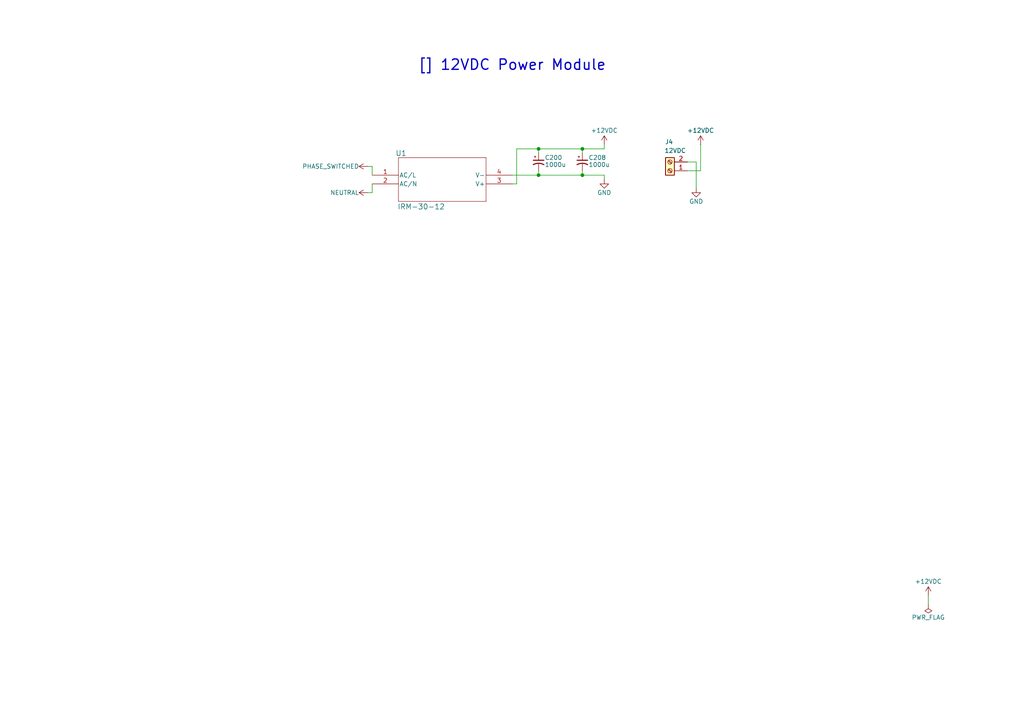
<source format=kicad_sch>
(kicad_sch (version 20250114) (generator "eeschema") (generator_version "9.0")
  (paper "A4")
  (title_block (title "12VDC Power Module") (date "2025-07-13") (rev "1.2") (company "Wattle Labs"))
  (lib_symbols
    (symbol "Connector:Screw_Terminal_01x02" (pin_names (offset 1.016) (hide yes))
      (property "Reference" "J" (at 0 2.54 0))
      (property "Value" "Screw_Terminal_01x02" (at 0 -5.08 0))
      (symbol "Screw_Terminal_01x02_1_1"
        (rectangle (start -1.27 1.27) (end 1.27 -3.81) (stroke (width 0.254)) (fill (type background)))
        (polyline (pts (xy -0.5334 0.3302) (xy 0.3302 -0.508)) (stroke (width 0.1524)))
        (polyline (pts (xy -0.5334 -2.2098) (xy 0.3302 -3.048)) (stroke (width 0.1524)))
        (polyline (pts (xy -0.3556 0.508) (xy 0.508 -0.3302)) (stroke (width 0.1524)))
        (polyline (pts (xy -0.3556 -2.032) (xy 0.508 -2.8702)) (stroke (width 0.1524)))
        (circle (center 0 0) (radius 0.635) (stroke (width 0.1524)))
        (circle (center 0 -2.54) (radius 0.635) (stroke (width 0.1524)))
        (pin passive line (at -5.08 0 0) (length 3.81) (name "Pin_1") (number "1"))
        (pin passive line (at -5.08 -2.54 0) (length 3.81) (name "Pin_2") (number "2"))
      )
    )
    (symbol "Device:C_Polarized_Small_US" (pin_numbers (hide yes)) (pin_names (offset 0.254) (hide yes))
      (property "Reference" "C" (at 0.254 1.778 0))
      (property "Value" "C_Polarized_Small_US" (at 0.254 -2.032 0))
      (symbol "C_Polarized_Small_US_0_1"
        (polyline (pts (xy -1.524 0.508) (xy 1.524 0.508)) (stroke (width 0.3048)))
        (polyline (pts (xy -1.27 1.524) (xy -0.762 1.524)))
        (polyline (pts (xy -1.016 1.27) (xy -1.016 1.778)))
        (arc (start -1.524 -0.762) (mid 0 -0.3734) (end 1.524 -0.762) (stroke (width 0.3048)))
      )
      (symbol "C_Polarized_Small_US_1_1"
        (pin passive line (at 0 2.54 270) (length 2.032) (name "~") (number "1"))
        (pin passive line (at 0 -2.54 90) (length 2.032) (name "~") (number "2"))
      )
    )
    (symbol "Wattle_Power:IRM-30-12" (pin_names (offset 0.254))
      (property "Reference" "U" (at 8.382 6.35 0))
      (property "Value" "IRM-30-12" (at 14.224 -9.144 0))
      (symbol "IRM-30-12_0_1"
        (polyline (pts (xy 7.62 5.08) (xy 7.62 -7.62)) (stroke (width 0.127)))
        (polyline (pts (xy 7.62 -7.62) (xy 33.02 -7.62)) (stroke (width 0.127)))
        (polyline (pts (xy 33.02 5.08) (xy 7.62 5.08)) (stroke (width 0.127)))
        (polyline (pts (xy 33.02 -7.62) (xy 33.02 5.08)) (stroke (width 0.127)))
        (pin power_in line (at 40.64 0 180) (length 7.62) (name "V-") (number "4"))
        (pin power_in line (at 40.64 -2.54 180) (length 7.62) (name "V+") (number "3"))
      )
      (symbol "IRM-30-12_1_1"
        (pin power_in line (at 0 0 0) (length 7.62) (name "AC/L") (number "1"))
        (pin power_in line (at 0 -2.54 0) (length 7.62) (name "AC/N") (number "2"))
      )
    )
    (symbol "power:+15V" (power) (pin_numbers (hide yes)) (pin_names (offset 0) (hide yes))
      (property "Value" "+15V" (at 0 3.556 0))
      (symbol "+15V_0_1"
        (polyline (pts (xy -0.762 1.27) (xy 0 2.54)))
        (polyline (pts (xy 0 2.54) (xy 0.762 1.27)))
        (polyline (pts (xy 0 0) (xy 0 2.54)))
      )
      (symbol "+15V_1_1"
        (pin power_in line (at 0 0 90) (length 0) (name "~") (number "1"))
      )
    )
    (symbol "power:GND" (power) (pin_numbers (hide yes)) (pin_names (offset 0) (hide yes))
      (property "Value" "GND" (at 0 -3.81 0))
      (symbol "GND_0_1"
        (polyline (pts (xy 0 0) (xy 0 -1.27) (xy 1.27 -1.27) (xy 0 -2.54) (xy -1.27 -1.27) (xy 0 -1.27)))
      )
      (symbol "GND_1_1"
        (pin power_in line (at 0 0 270) (length 0) (name "~") (number "1"))
      )
    )
    (symbol "power:LINE" (power) (pin_numbers (hide yes)) (pin_names (offset 0) (hide yes))
      (property "Value" "LINE" (at 0 3.556 0))
      (symbol "LINE_0_1"
        (polyline (pts (xy -0.762 1.27) (xy 0 2.54)))
        (polyline (pts (xy 0 2.54) (xy 0.762 1.27)))
        (polyline (pts (xy 0 0) (xy 0 2.54)))
      )
      (symbol "LINE_1_1"
        (pin power_in line (at 0 0 90) (length 0) (name "~") (number "1"))
      )
    )
    (symbol "power:NEUT" (power) (pin_numbers (hide yes)) (pin_names (offset 0) (hide yes))
      (property "Value" "NEUT" (at 0 3.556 0))
      (symbol "NEUT_0_1"
        (polyline (pts (xy -0.762 1.27) (xy 0 2.54)))
        (polyline (pts (xy 0 2.54) (xy 0.762 1.27)))
        (polyline (pts (xy 0 0) (xy 0 2.54)))
      )
      (symbol "NEUT_1_1"
        (pin power_in line (at 0 0 90) (length 0) (name "~") (number "1"))
      )
    )
    (symbol "power:PWR_FLAG" (power) (pin_numbers (hide yes)) (pin_names (offset 0) (hide yes))
      (property "Value" "PWR_FLAG" (at 0 3.81 0))
      (symbol "PWR_FLAG_0_0"
        (pin power_out line (at 0 0 90) (length 0) (name "~") (number "1"))
      )
      (symbol "PWR_FLAG_0_1"
        (polyline (pts (xy 0 0) (xy 0 1.27) (xy -1.016 1.905) (xy 0 2.54) (xy 1.016 1.905) (xy 0 1.27)))
      )
    )
  )
  (text_box "[${#}] ${TITLE}" (at 12.065 12.065 0) (size 273.05 13.335) (margins 2.2499 2.2499 2.2499 2.2499) (stroke (width -0.0001)) (effects (font (size 3 3) (thickness 0.375))))
  (junction (at 168.91 43.18))
  (junction (at 156.21 43.18))
  (junction (at 168.91 50.8))
  (junction (at 156.21 50.8))
  (wire (pts (xy 269.24 172.72) (xy 269.24 175.26)))
  (wire (pts (xy 107.95 55.88) (xy 106.68 55.88)))
  (wire (pts (xy 156.21 49.53) (xy 156.21 50.8)))
  (wire (pts (xy 148.59 53.34) (xy 149.86 53.34)))
  (wire (pts (xy 107.95 48.26) (xy 106.68 48.26)))
  (wire (pts (xy 107.95 53.34) (xy 107.95 55.88)))
  (wire (pts (xy 149.86 53.34) (xy 149.86 43.18)))
  (wire (pts (xy 199.39 46.99) (xy 201.93 46.99)))
  (wire (pts (xy 148.59 50.8) (xy 156.21 50.8)))
  (wire (pts (xy 156.21 50.8) (xy 168.91 50.8)))
  (wire (pts (xy 107.95 50.8) (xy 107.95 48.26)))
  (wire (pts (xy 203.2 49.53) (xy 203.2 41.91)))
  (wire (pts (xy 175.26 50.8) (xy 175.26 52.07)))
  (wire (pts (xy 168.91 49.53) (xy 168.91 50.8)))
  (wire (pts (xy 175.26 43.18) (xy 175.26 41.91)))
  (wire (pts (xy 168.91 50.8) (xy 175.26 50.8)))
  (wire (pts (xy 149.86 43.18) (xy 156.21 43.18)))
  (wire (pts (xy 168.91 43.18) (xy 168.91 44.45)))
  (wire (pts (xy 201.93 46.99) (xy 201.93 54.61)))
  (wire (pts (xy 156.21 43.18) (xy 156.21 44.45)))
  (wire (pts (xy 199.39 49.53) (xy 203.2 49.53)))
  (wire (pts (xy 156.21 43.18) (xy 168.91 43.18)))
  (wire (pts (xy 168.91 43.18) (xy 175.26 43.18)))
  (symbol (lib_id "power:LINE") (at 106.68 48.26 90) (unit 1)
    (property "Reference" "#PWR09" (effects (hide yes)))
    (property "Value" "PHASE_SWITCHED" (at 104.14 48.26 90) (effects (justify left)))
    (property "Description" "Power symbol creates a global label with name \"LINE\"" (effects (hide yes)))
  )
  (symbol (lib_id "power:+15V") (at 269.24 172.72 0) (unit 1)
    (property "Reference" "#PWR026" (effects (hide yes)))
    (property "Value" "+12VDC" (at 269.24 168.656 0))
    (property "Description" "Power symbol creates a global label with name \"+15V\"" (effects (hide yes)))
  )
  (symbol (lib_id "power:NEUT") (at 106.68 55.88 90) (unit 1)
    (property "Reference" "#PWR010" (effects (hide yes)))
    (property "Value" "NEUTRAL" (at 104.14 55.88 90) (effects (justify left)))
    (property "Description" "Power symbol creates a global label with name \"NEUT\"" (effects (hide yes)))
  )
  (symbol (lib_id "power:+15V") (at 203.2 41.91 0) (unit 1)
    (property "Reference" "#PWR08" (effects (hide yes)))
    (property "Value" "+12VDC" (at 203.2 37.846 0))
    (property "Description" "Power symbol creates a global label with name \"+15V\"" (effects (hide yes)))
  )
  (symbol (lib_id "Wattle_Power:IRM-30-12") (at 107.95 50.8 0) (unit 1)
    (property "Reference" "U1" (at 116.332 44.45 0) (effects (font (size 1.524 1.524))))
    (property "Value" "IRM-30-12" (at 122.174 59.944 0) (effects (font (size 1.524 1.524))))
    (property "Footprint" "Wattle_Power:IRM-30-12" (effects (hide yes)))
    (property "Datasheet" "IRM-30-12" (effects (hide yes)))
    (property "Digikey_PN" "1866-3043-ND" (effects (hide yes)))
  )
  (symbol (lib_id "power:+15V") (at 175.26 41.91 0) (unit 1)
    (property "Reference" "#PWR022" (effects (hide yes)))
    (property "Value" "+12VDC" (at 175.26 37.846 0))
    (property "Description" "Power symbol creates a global label with name \"+15V\"" (effects (hide yes)))
  )
  (symbol (lib_id "power:GND") (at 201.93 54.61 0) (unit 1)
    (property "Reference" "#PWR07" (effects (hide yes)))
    (property "Value" "GND" (at 201.93 58.42 0))
    (property "Description" "Power symbol creates a global label with name \"GND\" , ground" (effects (hide yes)))
  )
  (symbol (lib_id "Device:C_Polarized_Small_US") (at 168.91 46.99 0) (unit 1)
    (property "Reference" "C208" (at 170.688 45.72 0) (effects (justify left)))
    (property "Value" "1000u" (at 170.688 47.752 0) (effects (justify left)))
    (property "Footprint" "Capacitor_THT:CP_Radial_D13.0mm_P5.00mm" (effects (hide yes)))
    (property "Description" "1000uF 25V" (effects (hide yes)))
  )
  (symbol (lib_id "Device:C_Polarized_Small_US") (at 156.21 46.99 0) (unit 1)
    (property "Reference" "C200" (at 157.988 45.72 0) (effects (justify left)))
    (property "Value" "1000u" (at 157.988 47.752 0) (effects (justify left)))
    (property "Footprint" "Capacitor_THT:CP_Radial_D13.0mm_P5.00mm" (effects (hide yes)))
    (property "Description" "1000uF 25V" (effects (hide yes)))
  )
  (symbol (lib_id "power:GND") (at 175.26 52.07 0) (unit 1)
    (property "Reference" "#PWR021" (effects (hide yes)))
    (property "Value" "GND" (at 175.26 55.88 0))
    (property "Description" "Power symbol creates a global label with name \"GND\" , ground" (effects (hide yes)))
  )
  (symbol (lib_id "power:PWR_FLAG") (at 269.24 175.26 180) (unit 1)
    (property "Reference" "#FLG07" (effects (hide yes)))
    (property "Value" "PWR_FLAG" (at 269.24 179.07 0))
    (property "Description" "Special symbol for telling ERC where power comes from" (effects (hide yes)))
  )
  (symbol (lib_id "Connector:Screw_Terminal_01x02") (at 194.31 49.53 180) (unit 1) (in_bom no)
    (property "Reference" "J4" (at 194.056 41.148 0))
    (property "Value" "12VDC" (at 195.834 43.688 0))
    (property "Footprint" "Wattle_Connectors:TerminalBlock_1x02_P5.00mm" (effects (hide yes)))
    (property "Description" "Generic screw terminal, single row, 01x02, script generated (kicad-library-utils/schlib/autogen/connector/)" (effects (hide yes)))
    (property "Silk" "12VDC OUT" (effects (hide yes)))
  )
)
</source>
